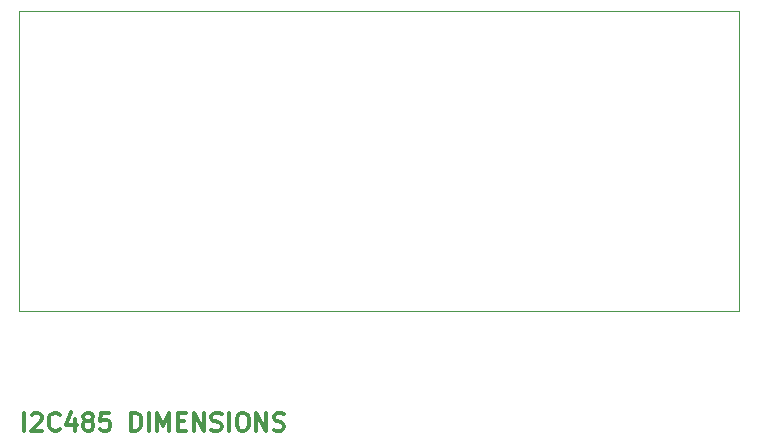
<source format=gbr>
G04 (created by PCBNEW (2013-07-07 BZR 4022)-stable) date 30.7.2014 9:50:12*
%MOIN*%
G04 Gerber Fmt 3.4, Leading zero omitted, Abs format*
%FSLAX34Y34*%
G01*
G70*
G90*
G04 APERTURE LIST*
%ADD10C,0.00590551*%
%ADD11C,0.011811*%
%ADD12C,0.00393701*%
G04 APERTURE END LIST*
G54D10*
G54D11*
X11683Y-23989D02*
X11683Y-23398D01*
X11936Y-23454D02*
X11964Y-23426D01*
X12020Y-23398D01*
X12161Y-23398D01*
X12217Y-23426D01*
X12245Y-23454D01*
X12273Y-23510D01*
X12273Y-23567D01*
X12245Y-23651D01*
X11908Y-23989D01*
X12273Y-23989D01*
X12864Y-23932D02*
X12836Y-23960D01*
X12751Y-23989D01*
X12695Y-23989D01*
X12611Y-23960D01*
X12555Y-23904D01*
X12526Y-23848D01*
X12498Y-23735D01*
X12498Y-23651D01*
X12526Y-23539D01*
X12555Y-23482D01*
X12611Y-23426D01*
X12695Y-23398D01*
X12751Y-23398D01*
X12836Y-23426D01*
X12864Y-23454D01*
X13370Y-23595D02*
X13370Y-23989D01*
X13230Y-23370D02*
X13089Y-23792D01*
X13455Y-23792D01*
X13764Y-23651D02*
X13708Y-23623D01*
X13679Y-23595D01*
X13651Y-23539D01*
X13651Y-23510D01*
X13679Y-23454D01*
X13708Y-23426D01*
X13764Y-23398D01*
X13876Y-23398D01*
X13933Y-23426D01*
X13961Y-23454D01*
X13989Y-23510D01*
X13989Y-23539D01*
X13961Y-23595D01*
X13933Y-23623D01*
X13876Y-23651D01*
X13764Y-23651D01*
X13708Y-23679D01*
X13679Y-23707D01*
X13651Y-23764D01*
X13651Y-23876D01*
X13679Y-23932D01*
X13708Y-23960D01*
X13764Y-23989D01*
X13876Y-23989D01*
X13933Y-23960D01*
X13961Y-23932D01*
X13989Y-23876D01*
X13989Y-23764D01*
X13961Y-23707D01*
X13933Y-23679D01*
X13876Y-23651D01*
X14523Y-23398D02*
X14242Y-23398D01*
X14214Y-23679D01*
X14242Y-23651D01*
X14298Y-23623D01*
X14439Y-23623D01*
X14495Y-23651D01*
X14523Y-23679D01*
X14551Y-23735D01*
X14551Y-23876D01*
X14523Y-23932D01*
X14495Y-23960D01*
X14439Y-23989D01*
X14298Y-23989D01*
X14242Y-23960D01*
X14214Y-23932D01*
X15254Y-23989D02*
X15254Y-23398D01*
X15395Y-23398D01*
X15479Y-23426D01*
X15535Y-23482D01*
X15564Y-23539D01*
X15592Y-23651D01*
X15592Y-23735D01*
X15564Y-23848D01*
X15535Y-23904D01*
X15479Y-23960D01*
X15395Y-23989D01*
X15254Y-23989D01*
X15845Y-23989D02*
X15845Y-23398D01*
X16126Y-23989D02*
X16126Y-23398D01*
X16323Y-23820D01*
X16520Y-23398D01*
X16520Y-23989D01*
X16801Y-23679D02*
X16998Y-23679D01*
X17082Y-23989D02*
X16801Y-23989D01*
X16801Y-23398D01*
X17082Y-23398D01*
X17335Y-23989D02*
X17335Y-23398D01*
X17673Y-23989D01*
X17673Y-23398D01*
X17926Y-23960D02*
X18010Y-23989D01*
X18151Y-23989D01*
X18207Y-23960D01*
X18235Y-23932D01*
X18263Y-23876D01*
X18263Y-23820D01*
X18235Y-23764D01*
X18207Y-23735D01*
X18151Y-23707D01*
X18038Y-23679D01*
X17982Y-23651D01*
X17954Y-23623D01*
X17926Y-23567D01*
X17926Y-23510D01*
X17954Y-23454D01*
X17982Y-23426D01*
X18038Y-23398D01*
X18179Y-23398D01*
X18263Y-23426D01*
X18516Y-23989D02*
X18516Y-23398D01*
X18910Y-23398D02*
X19023Y-23398D01*
X19079Y-23426D01*
X19135Y-23482D01*
X19163Y-23595D01*
X19163Y-23792D01*
X19135Y-23904D01*
X19079Y-23960D01*
X19023Y-23989D01*
X18910Y-23989D01*
X18854Y-23960D01*
X18798Y-23904D01*
X18769Y-23792D01*
X18769Y-23595D01*
X18798Y-23482D01*
X18854Y-23426D01*
X18910Y-23398D01*
X19416Y-23989D02*
X19416Y-23398D01*
X19754Y-23989D01*
X19754Y-23398D01*
X20007Y-23960D02*
X20091Y-23989D01*
X20232Y-23989D01*
X20288Y-23960D01*
X20316Y-23932D01*
X20344Y-23876D01*
X20344Y-23820D01*
X20316Y-23764D01*
X20288Y-23735D01*
X20232Y-23707D01*
X20119Y-23679D01*
X20063Y-23651D01*
X20035Y-23623D01*
X20007Y-23567D01*
X20007Y-23510D01*
X20035Y-23454D01*
X20063Y-23426D01*
X20119Y-23398D01*
X20260Y-23398D01*
X20344Y-23426D01*
G54D12*
X11500Y-10000D02*
G75*
G03X11500Y-10000I0J0D01*
G74*
G01*
X11499Y-10000D02*
X11500Y-10000D01*
X11500Y-9999D02*
X11500Y-10000D01*
X12000Y-20000D02*
X12500Y-20000D01*
X34500Y-10000D02*
X35500Y-10000D01*
X12000Y-20000D02*
X11500Y-20000D01*
X11500Y-20000D02*
X11500Y-10000D01*
X35500Y-20000D02*
X12500Y-20000D01*
X35500Y-10000D02*
X35500Y-20000D01*
X11500Y-10000D02*
X34500Y-10000D01*
M02*

</source>
